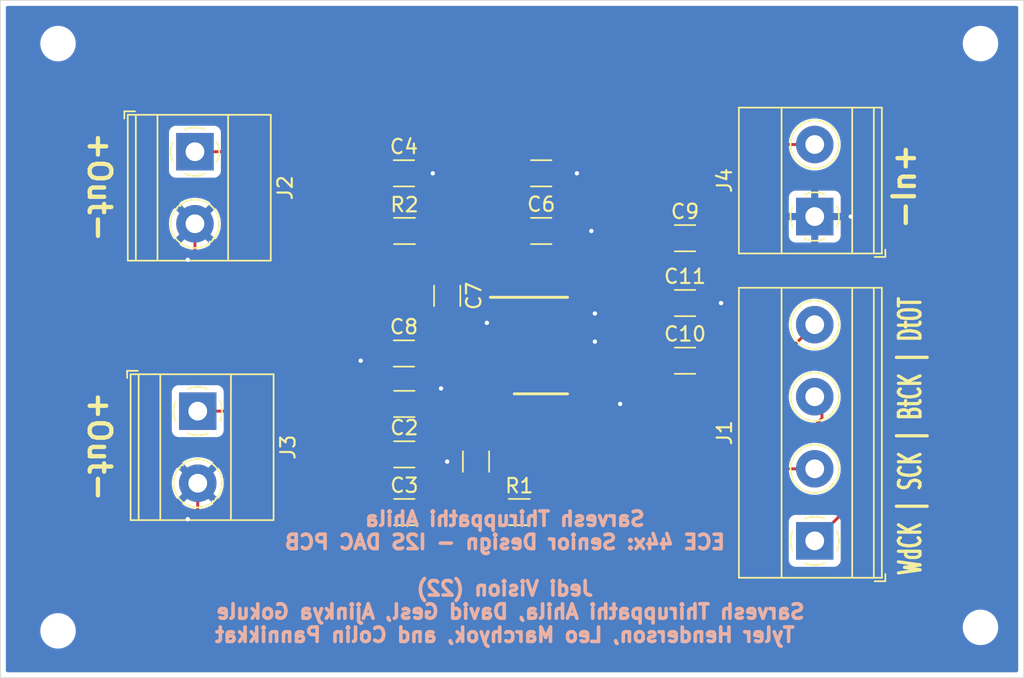
<source format=kicad_pcb>
(kicad_pcb (version 20240108) (generator "pcbnew") (generator_version "8.0")
  (layers (0 "F.Cu" signal) (31 "B.Cu" power) (34 "B.Paste" user) (35 "F.Paste" user) (36 "B.SilkS" user "B.Silkscreen") (37 "F.SilkS" user "F.Silkscreen") (38 "B.Mask" user) (39 "F.Mask" user) (44 "Edge.Cuts" user))
  (net 0 "")
  (net 1 "GND")
  (net 2 "/CPVDD")
  (net 3 "/RightLineOutput")
  (net 4 "/LeftLineOutput")
  (net 5 "Net-(U1-LDOO)")
  (net 6 "Net-(U1-CAPM)")
  (net 7 "Net-(U1-CAPP)")
  (net 8 "Net-(U1-VNEG)")
  (net 9 "/I2SBitClock")
  (net 10 "/I2SDataOut")
  (net 11 "/I2SSerialClock")
  (net 12 "/I2SWordClock")
  (net 13 "Net-(U1-OUTR)")
  (net 14 "Net-(U1-OUTL)")
  (footprint "PCM5102:PW0020A_N" (layer "F.Cu") (at 128.5 77)
    (property "Reference" "U1" (hide yes))
    (property "Value" "PCM5102APW" (hide yes))
    (fp_line (start -3.500001 -3.400001) (end 1.849999 -3.400001) (stroke (width 0.2)) (layer "F.SilkS"))
    (fp_line (start -1.849999 3.299998) (end 1.849999 3.299998) (stroke (width 0.2)) (layer "F.SilkS"))
    (pad "1" smd oval (at -2.949999 -2.924998 90) (size 0.449999 1.4) (layers "F.Cu" "F.Paste" "F.Mask") (net 2 "/CPVDD"))
    (pad "2" smd oval (at -2.949999 -2.274997 90) (size 0.449999 1.4) (layers "F.Cu" "F.Paste" "F.Mask") (net 7 "Net-(U1-CAPP)"))
    (pad "3" smd oval (at -2.949999 -1.624998 90) (size 0.449999 1.4) (layers "F.Cu" "F.Paste" "F.Mask") (net 1 "GND"))
    (pad "4" smd oval (at -2.949999 -0.974997 90) (size 0.449999 1.4) (layers "F.Cu" "F.Paste" "F.Mask") (net 6 "Net-(U1-CAPM)"))
    (pad "5" smd oval (at -2.949999 -0.324998 90) (size 0.449999 1.4) (layers "F.Cu" "F.Paste" "F.Mask") (net 8 "Net-(U1-VNEG)"))
    (pad "6" smd oval (at -2.949999 0.325003 90) (size 0.449999 1.4) (layers "F.Cu" "F.Paste" "F.Mask") (net 14 "Net-(U1-OUTL)"))
    (pad "7" smd oval (at -2.949999 0.975002 90) (size 0.449999 1.4) (layers "F.Cu" "F.Paste" "F.Mask") (net 13 "Net-(U1-OUTR)"))
    (pad "8" smd oval (at -2.949999 1.625003 90) (size 0.449999 1.4) (layers "F.Cu" "F.Paste" "F.Mask") (net 2 "/CPVDD"))
    (pad "9" smd oval (at -2.949999 2.275002 90) (size 0.449999 1.4) (layers "F.Cu" "F.Paste" "F.Mask") (net 1 "GND"))
    (pad "10" smd oval (at -2.949999 2.925003 90) (size 0.449999 1.4) (layers "F.Cu" "F.Paste" "F.Mask") (net 1 "GND"))
    (pad "11" smd oval (at 2.950002 2.925003 90) (size 0.449999 1.4) (layers "F.Cu" "F.Paste" "F.Mask") (net 1 "GND"))
    (pad "12" smd oval (at 2.950002 2.275002 90) (size 0.449999 1.4) (layers "F.Cu" "F.Paste" "F.Mask") (net 11 "/I2SSerialClock"))
    (pad "13" smd oval (at 2.950002 1.625003 90) (size 0.449999 1.4) (layers "F.Cu" "F.Paste" "F.Mask") (net 9 "/I2SBitClock"))
    (pad "14" smd oval (at 2.950002 0.975002 90) (size 0.449999 1.4) (layers "F.Cu" "F.Paste" "F.Mask") (net 10 "/I2SDataOut"))
    (pad "15" smd oval (at 2.950002 0.325003 90) (size 0.449999 1.4) (layers "F.Cu" "F.Paste" "F.Mask") (net 12 "/I2SWordClock"))
    (pad "16" smd oval (at 2.950002 -0.324998 90) (size 0.449999 1.4) (layers "F.Cu" "F.Paste" "F.Mask") (net 1 "GND"))
    (pad "17" smd oval (at 2.950002 -0.974997 90) (size 0.449999 1.4) (layers "F.Cu" "F.Paste" "F.Mask") (net 2 "/CPVDD"))
    (pad "18" smd oval (at 2.950002 -1.624998 90) (size 0.449999 1.4) (layers "F.Cu" "F.Paste" "F.Mask") (net 5 "Net-(U1-LDOO)"))
    (pad "19" smd oval (at 2.950002 -2.274997 90) (size 0.449999 1.4) (layers "F.Cu" "F.Paste" "F.Mask") (net 1 "GND"))
    (pad "20" smd oval (at 2.950002 -2.924998 90) (size 0.449999 1.4) (layers "F.Cu" "F.Paste" "F.Mask") (net 2 "/CPVDD"))
  )
  (footprint "Capacitor_SMD:C_1206_3216Metric" (layer "F.Cu") (at 124 85 -90)
    (property "Reference" "C12" (hide yes))
    (property "Value" "10µF" (hide yes))
    (fp_line (start -0.711252 0.91) (end 0.711252 0.91) (stroke (width 0.12)) (layer "F.SilkS"))
    (fp_line (start -0.711252 -0.91) (end 0.711252 -0.91) (stroke (width 0.12)) (layer "F.SilkS"))
    (pad "1" smd roundrect (at -1.475 0 270) (size 1.15 1.8) (layers "F.Cu" "F.Paste" "F.Mask") (roundrect_rratio 0.217391) (net 2 "/CPVDD"))
    (pad "2" smd roundrect (at 1.475 0 270) (size 1.15 1.8) (layers "F.Cu" "F.Paste" "F.Mask") (roundrect_rratio 0.217391) (net 1 "GND"))
  )
  (footprint "MountingHole:MountingHole_2.2mm_M2" (layer "F.Cu") (at 95 96.745)
    (property "Reference" "H2" (hide yes))
    (property "Value" "MountingHole" (hide yes))
    (pad "" np_thru_hole circle (at 0 0) (size 2.2 2.2) (drill 2.2) (layers "*.Cu" "*.Mask"))
  )
  (footprint "Capacitor_SMD:C_1206_3216Metric" (layer "F.Cu") (at 119.025 84.5)
    (property "Reference" "C2" (at 0 -1.85 0) (layer "F.SilkS"))
    (property "Value" "10µF" (hide yes))
    (fp_line (start -0.711252 -0.91) (end 0.711252 -0.91) (stroke (width 0.12)) (layer "F.SilkS"))
    (fp_line (start -0.711252 0.91) (end 0.711252 0.91) (stroke (width 0.12)) (layer "F.SilkS"))
    (pad "1" smd roundrect (at -1.475 0) (size 1.15 1.8) (layers "F.Cu" "F.Paste" "F.Mask") (roundrect_rratio 0.217391) (net 2 "/CPVDD"))
    (pad "2" smd roundrect (at 1.475 0) (size 1.15 1.8) (layers "F.Cu" "F.Paste" "F.Mask") (roundrect_rratio 0.217391) (net 1 "GND"))
  )
  (footprint "Capacitor_SMD:C_1206_3216Metric" (layer "F.Cu") (at 122 73.5 -90)
    (property "Reference" "C7" (at 0 -1.85 90) (layer "F.SilkS"))
    (property "Value" "2.2µF" (hide yes))
    (fp_line (start -0.711252 0.91) (end 0.711252 0.91) (stroke (width 0.12)) (layer "F.SilkS"))
    (fp_line (start -0.711252 -0.91) (end 0.711252 -0.91) (stroke (width 0.12)) (layer "F.SilkS"))
    (pad "1" smd roundrect (at -1.475 0 270) (size 1.15 1.8) (layers "F.Cu" "F.Paste" "F.Mask") (roundrect_rratio 0.217391) (net 7 "Net-(U1-CAPP)"))
    (pad "2" smd roundrect (at 1.475 0 270) (size 1.15 1.8) (layers "F.Cu" "F.Paste" "F.Mask") (roundrect_rratio 0.217391) (net 6 "Net-(U1-CAPM)"))
  )
  (footprint "Capacitor_SMD:C_1206_3216Metric" (layer "F.Cu") (at 138.5 69.5)
    (property "Reference" "C9" (at 0 -1.85 0) (layer "F.SilkS"))
    (property "Value" "0.1µF" (hide yes))
    (fp_line (start -0.711252 -0.91) (end 0.711252 -0.91) (stroke (width 0.12)) (layer "F.SilkS"))
    (fp_line (start -0.711252 0.91) (end 0.711252 0.91) (stroke (width 0.12)) (layer "F.SilkS"))
    (pad "1" smd roundrect (at -1.475 0) (size 1.15 1.8) (layers "F.Cu" "F.Paste" "F.Mask") (roundrect_rratio 0.217391) (net 2 "/CPVDD"))
    (pad "2" smd roundrect (at 1.475 0) (size 1.15 1.8) (layers "F.Cu" "F.Paste" "F.Mask") (roundrect_rratio 0.217391) (net 1 "GND"))
  )
  (footprint "Capacitor_SMD:C_1206_3216Metric" (layer "F.Cu") (at 128.525 69)
    (property "Reference" "C6" (at 0 -1.85 0) (layer "F.SilkS"))
    (property "Value" "10µF" (hide yes))
    (fp_line (start -0.711252 -0.91) (end 0.711252 -0.91) (stroke (width 0.12)) (layer "F.SilkS"))
    (fp_line (start -0.711252 0.91) (end 0.711252 0.91) (stroke (width 0.12)) (layer "F.SilkS"))
    (pad "1" smd roundrect (at -1.475 0) (size 1.15 1.8) (layers "F.Cu" "F.Paste" "F.Mask") (roundrect_rratio 0.217391) (net 5 "Net-(U1-LDOO)"))
    (pad "2" smd roundrect (at 1.475 0) (size 1.15 1.8) (layers "F.Cu" "F.Paste" "F.Mask") (roundrect_rratio 0.217391) (net 1 "GND"))
  )
  (footprint "Capacitor_SMD:C_1206_3216Metric" (layer "F.Cu") (at 138.5 78)
    (property "Reference" "C10" (at 0 -1.85 0) (layer "F.SilkS"))
    (property "Value" "10µF" (hide yes))
    (fp_line (start -0.711252 -0.91) (end 0.711252 -0.91) (stroke (width 0.12)) (layer "F.SilkS"))
    (fp_line (start -0.711252 0.91) (end 0.711252 0.91) (stroke (width 0.12)) (layer "F.SilkS"))
    (pad "1" smd roundrect (at -1.475 0) (size 1.15 1.8) (layers "F.Cu" "F.Paste" "F.Mask") (roundrect_rratio 0.217391) (net 2 "/CPVDD"))
    (pad "2" smd roundrect (at 1.475 0) (size 1.15 1.8) (layers "F.Cu" "F.Paste" "F.Mask") (roundrect_rratio 0.217391) (net 1 "GND"))
  )
  (footprint "Capacitor_SMD:C_1206_3216Metric" (layer "F.Cu") (at 119 77.5)
    (property "Reference" "C8" (at 0 -1.85 0) (layer "F.SilkS"))
    (property "Value" "2.2µF" (hide yes))
    (fp_line (start -0.711252 -0.91) (end 0.711252 -0.91) (stroke (width 0.12)) (layer "F.SilkS"))
    (fp_line (start -0.711252 0.91) (end 0.711252 0.91) (stroke (width 0.12)) (layer "F.SilkS"))
    (pad "1" smd roundrect (at -1.475 0) (size 1.15 1.8) (layers "F.Cu" "F.Paste" "F.Mask") (roundrect_rratio 0.217391) (net 1 "GND"))
    (pad "2" smd roundrect (at 1.475 0) (size 1.15 1.8) (layers "F.Cu" "F.Paste" "F.Mask") (roundrect_rratio 0.217391) (net 8 "Net-(U1-VNEG)"))
  )
  (footprint "Capacitor_SMD:C_1206_3216Metric" (layer "F.Cu") (at 128.525 65 180)
    (property "Reference" "C5" (hide yes))
    (property "Value" "0.1µF" (hide yes))
    (fp_line (start -0.711252 0.91) (end 0.711252 0.91) (stroke (width 0.12)) (layer "F.SilkS"))
    (fp_line (start -0.711252 -0.91) (end 0.711252 -0.91) (stroke (width 0.12)) (layer "F.SilkS"))
    (pad "1" smd roundrect (at -1.475 0 180) (size 1.15 1.8) (layers "F.Cu" "F.Paste" "F.Mask") (roundrect_rratio 0.217391) (net 1 "GND"))
    (pad "2" smd roundrect (at 1.475 0 180) (size 1.15 1.8) (layers "F.Cu" "F.Paste" "F.Mask") (roundrect_rratio 0.217391) (net 5 "Net-(U1-LDOO)"))
  )
  (footprint "MountingHole:MountingHole_2.2mm_M2" (layer "F.Cu") (at 95 56)
    (property "Reference" "H1" (hide yes))
    (property "Value" "MountingHole" (hide yes))
    (pad "" np_thru_hole circle (at 0 0) (size 2.2 2.2) (drill 2.2) (layers "*.Cu" "*.Mask"))
  )
  (footprint "MountingHole:MountingHole_2.2mm_M2" (layer "F.Cu") (at 159 56)
    (property "Reference" "H3" (hide yes))
    (property "Value" "MountingHole" (hide yes))
    (pad "" np_thru_hole circle (at 0 0) (size 2.2 2.2) (drill 2.2) (layers "*.Cu" "*.Mask"))
  )
  (footprint "Capacitor_SMD:C_1206_3216Metric" (layer "F.Cu") (at 119.025 88.5)
    (property "Reference" "C3" (at 0 -1.85 0) (layer "F.SilkS"))
    (property "Value" "2.2nF" (hide yes))
    (fp_line (start -0.711252 -0.91) (end 0.711252 -0.91) (stroke (width 0.12)) (layer "F.SilkS"))
    (fp_line (start -0.711252 0.91) (end 0.711252 0.91) (stroke (width 0.12)) (layer "F.SilkS"))
    (pad "1" smd roundrect (at -1.475 0) (size 1.15 1.8) (layers "F.Cu" "F.Paste" "F.Mask") (roundrect_rratio 0.217391) (net 3 "/RightLineOutput"))
    (pad "2" smd roundrect (at 1.475 0) (size 1.15 1.8) (layers "F.Cu" "F.Paste" "F.Mask") (roundrect_rratio 0.217391) (net 1 "GND"))
  )
  (footprint "Resistor_SMD:R_1206_3216Metric" (layer "F.Cu") (at 119.0375 69)
    (property "Reference" "R2" (at 0 -1.82 0) (layer "F.SilkS"))
    (property "Value" "470Ω" (hide yes))
    (fp_line (start -0.727064 -0.91) (end 0.727064 -0.91) (stroke (width 0.12)) (layer "F.SilkS"))
    (fp_line (start -0.727064 0.91) (end 0.727064 0.91) (stroke (width 0.12)) (layer "F.SilkS"))
    (pad "1" smd roundrect (at -1.4625 0) (size 1.125 1.75) (layers "F.Cu" "F.Paste" "F.Mask") (roundrect_rratio 0.222222) (net 14 "Net-(U1-OUTL)"))
    (pad "2" smd roundrect (at 1.4625 0) (size 1.125 1.75) (layers "F.Cu" "F.Paste" "F.Mask") (roundrect_rratio 0.222222) (net 4 "/LeftLineOutput"))
  )
  (footprint "Capacitor_SMD:C_1206_3216Metric" (layer "F.Cu") (at 138.5 74)
    (property "Reference" "C11" (at 0 -1.85 0) (layer "F.SilkS"))
    (property "Value" "0.1µF" (hide yes))
    (fp_line (start -0.711252 -0.91) (end 0.711252 -0.91) (stroke (width 0.12)) (layer "F.SilkS"))
    (fp_line (start -0.711252 0.91) (end 0.711252 0.91) (stroke (width 0.12)) (layer "F.SilkS"))
    (pad "1" smd roundrect (at -1.475 0) (size 1.15 1.8) (layers "F.Cu" "F.Paste" "F.Mask") (roundrect_rratio 0.217391) (net 2 "/CPVDD"))
    (pad "2" smd roundrect (at 1.475 0) (size 1.15 1.8) (layers "F.Cu" "F.Paste" "F.Mask") (roundrect_rratio 0.217391) (net 1 "GND"))
  )
  (footprint "TerminalBlock_Phoenix:TerminalBlock_Phoenix_MKDS-1,5-4_1x04_P5.00mm_Horizontal" (layer "F.Cu") (at 147.5 90.5 90)
    (property "Reference" "J1" (at 7.5 -6.26 90) (layer "F.SilkS"))
    (property "Value" "Screw_Terminal_01x04" (hide yes))
    (fp_line (start 17.561 -5.261) (end 17.561 4.66) (stroke (width 0.12)) (layer "F.SilkS"))
    (fp_line (start -2.56 -5.261) (end 17.561 -5.261) (stroke (width 0.12)) (layer "F.SilkS"))
    (fp_line (start -2.56 -5.261) (end -2.56 4.66) (stroke (width 0.12)) (layer "F.SilkS"))
    (fp_line (start -2.56 -2.301) (end 17.561 -2.301) (stroke (width 0.12)) (layer "F.SilkS"))
    (fp_line (start 16.07 -1.275) (end 16.035 -1.239) (stroke (width 0.12)) (layer "F.SilkS"))
    (fp_line (start 11.07 -1.275) (end 11.035 -1.239) (stroke (width 0.12)) (layer "F.SilkS"))
    (fp_line (start 6.07 -1.275) (end 6.035 -1.239) (stroke (width 0.12)) (layer "F.SilkS"))
    (fp_line (start 16.275 -1.069) (end 16.228 -1.023) (stroke (width 0.12)) (layer "F.SilkS"))
    (fp_line (start 11.275 -1.069) (end 11.228 -1.023) (stroke (width 0.12)) (layer "F.SilkS"))
    (fp_line (start 6.275 -1.069) (end 6.228 -1.023) (stroke (width 0.12)) (layer "F.SilkS"))
    (fp_line (start 13.773 1.023) (end 13.726 1.069) (stroke (width 0.12)) (layer "F.SilkS"))
    (fp_line (start 8.773 1.023) (end 8.726 1.069) (stroke (width 0.12)) (layer "F.SilkS"))
    (fp_line (start 3.773 1.023) (end 3.726 1.069) (stroke (width 0.12)) (layer "F.SilkS"))
    (fp_line (start 13.966 1.239) (end 13.931 1.274) (stroke (width 0.12)) (layer "F.SilkS"))
    (fp_line (start 8.966 1.239) (end 8.931 1.274) (stroke (width 0.12)) (layer "F.SilkS"))
    (fp_line (start 3.966 1.239) (end 3.931 1.274) (stroke (width 0.12)) (layer "F.SilkS"))
    (fp_line (start -2.56 2.6) (end 17.561 2.6) (stroke (width 0.12)) (layer "F.SilkS"))
    (fp_line (start -2.56 4.1) (end 17.561 4.1) (stroke (width 0.12)) (layer "F.SilkS"))
    (fp_line (start -2.8 4.16) (end -2.8 4.9) (stroke (width 0.12)) (layer "F.SilkS"))
    (fp_line (start -2.56 4.66) (end 17.561 4.66) (stroke (width 0.12)) (layer "F.SilkS"))
    (fp_line (start -2.8 4.9) (end -2.3 4.9) (stroke (width 0.12)) (layer "F.SilkS"))
    (fp_arc (start -0.683042 -1.535427) (mid 0.000524 -1.680501) (end 0.684 -1.535) (stroke (width 0.12)) (layer "F.SilkS"))
    (fp_arc (start 1.535427 -0.683042) (mid 1.680501 0.000524) (end 1.535 0.684) (stroke (width 0.12)) (layer "F.SilkS"))
    (fp_arc (start -1.535427 0.683042) (mid -1.680501 -0.000524) (end -1.535 -0.684) (stroke (width 0.12)) (layer "F.SilkS"))
    (fp_arc (start 0.683318 1.534756) (mid 0.349292 1.643288) (end 0 1.68) (stroke (width 0.12)) (layer "F.SilkS"))
    (fp_arc (start 0.028805 1.680253) (mid -0.335551 1.646659) (end -0.684 1.535) (stroke (width 0.12)) (layer "F.SilkS"))
    (fp_circle (center 15 0) (end 16.68 0) (stroke (width 0.12)) (fill none) (layer "F.SilkS"))
    (fp_circle (center 10 0) (end 11.68 0) (stroke (width 0.12)) (fill none) (layer "F.SilkS"))
    (fp_circle (center 5 0) (end 6.68 0) (stroke (width 0.12)) (fill none) (layer "F.SilkS"))
    (pad "1" thru_hole rect (at 0 0 90) (size 2.6 2.6) (drill 1.3) (layers "*.Cu" "*.Mask") (net 12 "/I2SWordClock"))
    (pad "2" thru_hole circle (at 5 0 90) (size 2.6 2.6) (drill 1.3) (layers "*.Cu" "*.Mask") (net 11 "/I2SSerialClock"))
    (pad "3" thru_hole circle (at 10 0 90) (size 2.6 2.6) (drill 1.3) (layers "*.Cu" "*.Mask") (net 9 "/I2SBitClock"))
    (pad "4" thru_hole circle (at 15 0 90) (size 2.6 2.6) (drill 1.3) (layers "*.Cu" "*.Mask") (net 10 "/I2SDataOut"))
  )
  (footprint "TerminalBlock_Phoenix:TerminalBlock_Phoenix_MKDS-1,5-2_1x02_P5.00mm_Horizontal" (layer "F.Cu") (at 104.695 81.5 -90)
    (property "Reference" "J3" (at 2.5 -6.26 90) (layer "F.SilkS"))
    (property "Value" "Screw_Terminal_01x02" (hide yes))
    (fp_line (start -2.8 4.9) (end -2.3 4.9) (stroke (width 0.12)) (layer "F.SilkS"))
    (fp_line (start -2.56 4.66) (end 7.56 4.66) (stroke (width 0.12)) (layer "F.SilkS"))
    (fp_line (start -2.8 4.16) (end -2.8 4.9) (stroke (width 0.12)) (layer "F.SilkS"))
    (fp_line (start -2.56 4.1) (end 7.56 4.1) (stroke (width 0.12)) (layer "F.SilkS"))
    (fp_line (start -2.56 2.6) (end 7.56 2.6) (stroke (width 0.12)) (layer "F.SilkS"))
    (fp_line (start 3.966 1.239) (end 3.931 1.274) (stroke (width 0.12)) (layer "F.SilkS"))
    (fp_line (start 3.773 1.023) (end 3.726 1.069) (stroke (width 0.12)) (layer "F.SilkS"))
    (fp_line (start 6.275 -1.069) (end 6.228 -1.023) (stroke (width 0.12)) (layer "F.SilkS"))
    (fp_line (start 6.07 -1.275) (end 6.035 -1.239) (stroke (width 0.12)) (layer "F.SilkS"))
    (fp_line (start -2.56 -2.301) (end 7.56 -2.301) (stroke (width 0.12)) (layer "F.SilkS"))
    (fp_line (start -2.56 -5.261) (end -2.56 4.66) (stroke (width 0.12)) (layer "F.SilkS"))
    (fp_line (start -2.56 -5.261) (end 7.56 -5.261) (stroke (width 0.12)) (layer "F.SilkS"))
    (fp_line (start 7.56 -5.261) (end 7.56 4.66) (stroke (width 0.12)) (layer "F.SilkS"))
    (fp_arc (start 0.028805 1.680253) (mid -0.335551 1.646659) (end -0.684 1.535) (stroke (width 0.12)) (layer "F.SilkS"))
    (fp_arc (start 0.683318 1.534756) (mid 0.349292 1.643288) (end 0 1.68) (stroke (width 0.12)) (layer "F.SilkS"))
    (fp_arc (start -1.535427 0.683042) (mid -1.680501 -0.000524) (end -1.535 -0.684) (stroke (width 0.12)) (layer "F.SilkS"))
    (fp_arc (start 1.535427 -0.683042) (mid 1.680501 0.000524) (end 1.535 0.684) (stroke (width 0.12)) (layer "F.SilkS"))
    (fp_arc (start -0.683042 -1.535427) (mid 0.000524 -1.680501) (end 0.684 -1.535) (stroke (width 0.12)) (layer "F.SilkS"))
    (fp_circle (center 5 0) (end 6.68 0) (stroke (width 0.12)) (fill none) (layer "F.SilkS"))
    (pad "1" thru_hole rect (at 0 0 270) (size 2.6 2.6) (drill 1.3) (layers "*.Cu" "*.Mask") (net 3 "/RightLineOutput"))
    (pad "2" thru_hole circle (at 5 0 270) (size 2.6 2.6) (drill 1.3) (layers "*.Cu" "*.Mask") (net 1 "GND"))
  )
  (footprint "Resistor_SMD:R_1206_3216Metric" (layer "F.Cu") (at 127 88.5)
    (property "Reference" "R1" (at 0 -1.82 0) (layer "F.SilkS"))
    (property "Value" "470Ω" (hide yes))
    (fp_line (start -0.727064 -0.91) (end 0.727064 -0.91) (stroke (width 0.12)) (layer "F.SilkS"))
    (fp_line (start -0.727064 0.91) (end 0.727064 0.91) (stroke (width 0.12)) (layer "F.SilkS"))
    (pad "1" smd roundrect (at -1.4625 0) (size 1.125 1.75) (layers "F.Cu" "F.Paste" "F.Mask") (roundrect_rratio 0.222222) (net 13 "Net-(U1-OUTR)"))
    (pad "2" smd roundrect (at 1.4625 0) (size 1.125 1.75) (layers "F.Cu" "F.Paste" "F.Mask") (roundrect_rratio 0.222222) (net 3 "/RightLineOutput"))
  )
  (footprint "TerminalBlock_Phoenix:TerminalBlock_Phoenix_MKDS-1,5-2_1x02_P5.00mm_Horizontal" (layer "F.Cu") (at 104.5 63.5 -90)
    (property "Reference" "J2" (at 2.5 -6.26 90) (layer "F.SilkS"))
    (property "Value" "Screw_Terminal_01x02" (hide yes))
    (fp_line (start -2.8 4.9) (end -2.3 4.9) (stroke (width 0.12)) (layer "F.SilkS"))
    (fp_line (start -2.56 4.66) (end 7.56 4.66) (stroke (width 0.12)) (layer "F.SilkS"))
    (fp_line (start -2.8 4.16) (end -2.8 4.9) (stroke (width 0.12)) (layer "F.SilkS"))
    (fp_line (start -2.56 4.1) (end 7.56 4.1) (stroke (width 0.12)) (layer "F.SilkS"))
    (fp_line (start -2.56 2.6) (end 7.56 2.6) (stroke (width 0.12)) (layer "F.SilkS"))
    (fp_line (start 3.966 1.239) (end 3.931 1.274) (stroke (width 0.12)) (layer "F.SilkS"))
    (fp_line (start 3.773 1.023) (end 3.726 1.069) (stroke (width 0.12)) (layer "F.SilkS"))
    (fp_line (start 6.275 -1.069) (end 6.228 -1.023) (stroke (width 0.12)) (layer "F.SilkS"))
    (fp_line (start 6.07 -1.275) (end 6.035 -1.239) (stroke (width 0.12)) (layer "F.SilkS"))
    (fp_line (start -2.56 -2.301) (end 7.56 -2.301) (stroke (width 0.12)) (layer "F.SilkS"))
    (fp_line (start -2.56 -5.261) (end -2.56 4.66) (stroke (width 0.12)) (layer "F.SilkS"))
    (fp_line (start -2.56 -5.261) (end 7.56 -5.261) (stroke (width 0.12)) (layer "F.SilkS"))
    (fp_line (start 7.56 -5.261) (end 7.56 4.66) (stroke (width 0.12)) (layer "F.SilkS"))
    (fp_arc (start 0.028805 1.680253) (mid -0.335551 1.646659) (end -0.684 1.535) (stroke (width 0.12)) (layer "F.SilkS"))
    (fp_arc (start 0.683318 1.534756) (mid 0.349292 1.643288) (end 0 1.68) (stroke (width 0.12)) (layer "F.SilkS"))
    (fp_arc (start -1.535427 0.683042) (mid -1.680501 -0.000524) (end -1.535 -0.684) (stroke (width 0.12)) (layer "F.SilkS"))
    (fp_arc (start 1.535427 -0.683042) (mid 1.680501 0.000524) (end 1.535 0.684) (stroke (width 0.12)) (layer "F.SilkS"))
    (fp_arc (start -0.683042 -1.535427) (mid 0.000524 -1.680501) (end 0.684 -1.535) (stroke (width 0.12)) (layer "F.SilkS"))
    (fp_circle (center 5 0) (end 6.68 0) (stroke (width 0.12)) (fill none) (layer "F.SilkS"))
    (pad "1" thru_hole rect (at 0 0 270) (size 2.6 2.6) (drill 1.3) (layers "*.Cu" "*.Mask") (net 4 "/LeftLineOutput"))
    (pad "2" thru_hole circle (at 5 0 270) (size 2.6 2.6) (drill 1.3) (layers "*.Cu" "*.Mask") (net 1 "GND"))
  )
  (footprint "Capacitor_SMD:C_1206_3216Metric" (layer "F.Cu") (at 119 65)
    (property "Reference" "C4" (at 0 -1.85 0) (layer "F.SilkS"))
    (property "Value" "2.2nF" (hide yes))
    (fp_line (start -0.711252 -0.91) (end 0.711252 -0.91) (stroke (width 0.12)) (layer "F.SilkS"))
    (fp_line (start -0.711252 0.91) (end 0.711252 0.91) (stroke (width 0.12)) (layer "F.SilkS"))
    (pad "1" smd roundrect (at -1.475 0) (size 1.15 1.8) (layers "F.Cu" "F.Paste" "F.Mask") (roundrect_rratio 0.217391) (net 4 "/LeftLineOutput"))
    (pad "2" smd roundrect (at 1.475 0) (size 1.15 1.8) (layers "F.Cu" "F.Paste" "F.Mask") (roundrect_rratio 0.217391) (net 1 "GND"))
  )
  (footprint "TerminalBlock_Phoenix:TerminalBlock_Phoenix_MKDS-1,5-2_1x02_P5.00mm_Horizontal" (layer "F.Cu") (at 147.5 68 90)
    (property "Reference" "J4" (at 2.5 -6.26 90) (layer "F.SilkS"))
    (property "Value" "Screw_Terminal_01x02" (hide yes))
    (fp_line (start 7.56 -5.261) (end 7.56 4.66) (stroke (width 0.12)) (layer "F.SilkS"))
    (fp_line (start -2.56 -5.261) (end 7.56 -5.261) (stroke (width 0.12)) (layer "F.SilkS"))
    (fp_line (start -2.56 -5.261) (end -2.56 4.66) (stroke (width 0.12)) (layer "F.SilkS"))
    (fp_line (start -2.56 -2.301) (end 7.56 -2.301) (stroke (width 0.12)) (layer "F.SilkS"))
    (fp_line (start 6.07 -1.275) (end 6.035 -1.239) (stroke (width 0.12)) (layer "F.SilkS"))
    (fp_line (start 6.275 -1.069) (end 6.228 -1.023) (stroke (width 0.12)) (layer "F.SilkS"))
    (fp_line (start 3.773 1.023) (end 3.726 1.069) (stroke (width 0.12)) (layer "F.SilkS"))
    (fp_line (start 3.966 1.239) (end 3.931 1.274) (stroke (width 0.12)) (layer "F.SilkS"))
    (fp_line (start -2.56 2.6) (end 7.56 2.6) (stroke (width 0.12)) (layer "F.SilkS"))
    (fp_line (start -2.56 4.1) (end 7.56 4.1) (stroke (width 0.12)) (layer "F.SilkS"))
    (fp_line (start -2.8 4.16) (end -2.8 4.9) (stroke (width 0.12)) (layer "F.SilkS"))
    (fp_line (start -2.56 4.66) (end 7.56 4.66) (stroke (width 0.12)) (layer "F.SilkS"))
    (fp_line (start -2.8 4.9) (end -2.3 4.9) (stroke (width 0.12)) (layer "F.SilkS"))
    (fp_arc (start -0.683042 -1.535427) (mid 0.000524 -1.680501) (end 0.684 -1.535) (stroke (width 0.12)) (layer "F.SilkS"))
    (fp_arc (start 1.535427 -0.683042) (mid 1.680501 0.000524) (end 1.535 0.684) (stroke (width 0.12)) (layer "F.SilkS"))
    (fp_arc (start -1.535427 0.683042) (mid -1.680501 -0.000524) (end -1.535 -0.684) (stroke (width 0.12)) (layer "F.SilkS"))
    (fp_arc (start 0.683318 1.534756) (mid 0.349292 1.643288) (end 0 1.68) (stroke (width 0.12)) (layer "F.SilkS"))
    (fp_arc (start 0.028805 1.680253) (mid -0.335551 1.646659) (end -0.684 1.535) (stroke (width 0.12)) (layer "F.SilkS"))
    (fp_circle (center 5 0) (end 6.68 0) (stroke (width 0.12)) (fill none) (layer "F.SilkS"))
    (pad "1" thru_hole rect (at 0 0 90) (size 2.6 2.6) (drill 1.3) (layers "*.Cu" "*.Mask") (net 1 "GND"))
    (pad "2" thru_hole circle (at 5 0 90) (size 2.6 2.6) (drill 1.3) (layers "*.Cu" "*.Mask") (net 2 "/CPVDD"))
  )
  (footprint "Capacitor_SMD:C_1206_3216Metric" (layer "F.Cu") (at 119.025 81 180)
    (property "Reference" "C1" (hide yes))
    (property "Value" "0.1µF" (hide yes))
    (fp_line (start -0.711252 0.91) (end 0.711252 0.91) (stroke (width 0.12)) (layer "F.SilkS"))
    (fp_line (start -0.711252 -0.91) (end 0.711252 -0.91) (stroke (width 0.12)) (layer "F.SilkS"))
    (pad "1" smd roundrect (at -1.475 0 180) (size 1.15 1.8) (layers "F.Cu" "F.Paste" "F.Mask") (roundrect_rratio 0.217391) (net 1 "GND"))
    (pad "2" smd roundrect (at 1.475 0 180) (size 1.15 1.8) (layers "F.Cu" "F.Paste" "F.Mask") (roundrect_rratio 0.217391) (net 2 "/CPVDD"))
  )
  (footprint "MountingHole:MountingHole_2.2mm_M2" (layer "F.Cu") (at 159 96.5)
    (property "Reference" "H4" (hide yes))
    (property "Value" "MountingHole" (hide yes))
    (pad "" np_thru_hole circle (at 0 0) (size 2.2 2.2) (drill 2.2) (layers "*.Cu" "*.Mask"))
  )
  (gr_line (start 91 53) (end 162 53) (stroke (width 0.05)) (layer "Edge.Cuts"))
  (gr_line (start 91 100) (end 91 53) (stroke (width 0.05)) (layer "Edge.Cuts"))
  (gr_line (start 162 100) (end 91 100) (stroke (width 0.05)) (layer "Edge.Cuts"))
  (gr_line (start 162 53) (end 162 100) (stroke (width 0.05)) (layer "Edge.Cuts"))
  (gr_text "Sarvesh Thiruppathi Ahila\nECE 44x: Senior Design - I2S DAC PCB\n\nJedi Vision (22)\nSarvesh Thiruppathi Ahila, David Gesl, Ajinkya Gokule \nTyler Henderson, Leo Marchyok, and Colin Pannikkat\n" (at 126 93 0) (layer "B.SilkS") (effects (font (size 1 1) (thickness 0.25) (bold yes)) (justify mirror)))
  (gr_text "+Out-" (at 97 80 -90) (layer "F.SilkS") (effects (font (size 1.5 1.5) (thickness 0.3) (bold yes)) (justify left bottom)))
  (gr_text "-In+\n\n" (at 157 69 90) (layer "F.SilkS") (effects (font (size 1.5 1.5) (thickness 0.3) (bold yes)) (justify left bottom)))
  (gr_text "WdCK | SCK | BtCK | DtOT" (at 155 93 90) (layer "F.SilkS") (effects (font (size 1.5 0.9) (thickness 0.225) (bold yes)) (justify left bottom)))
  (gr_text "+Out-" (at 97 62 -90) (layer "F.SilkS") (effects (font (size 1.5 1.5) (thickness 0.3) (bold yes)) (justify left bottom)))
  (segment (start 139.975 78) (end 139.975 74) (width 0.2) (layer "F.Cu") (net 1))
  (segment (start 125.550001 79.275002) (end 125.550001 79.925003) (width 0.2) (layer "F.Cu") (net 1))
  (segment (start 139.975 69.5) (end 139.975 74) (width 0.2) (layer "F.Cu") (net 1))
  (segment (start 120.5 88.5) (end 120.5 86.5) (width 0.2) (layer "F.Cu") (net 1))
  (segment (start 147.5 68) (end 150 68) (width 0.2) (layer "F.Cu") (net 1))
  (segment (start 131.450002 79.925003) (end 132.925003 79.925003) (width 0.2) (layer "F.Cu") (net 1))
  (segment (start 121.5 84.5) (end 122 85) (width 0.2) (layer "F.Cu") (net 1))
  (segment (start 139.975 74) (end 141 74) (width 0.2) (layer "F.Cu") (net 1))
  (segment (start 130 65) (end 131 65) (width 0.2) (layer "F.Cu") (net 1))
  (segment (start 113.5 77.5) (end 117.525 77.5) (width 0.2) (layer "F.Cu") (net 1))
  (segment (start 104.5 68.5) (end 104.5 70.5) (width 0.2) (layer "F.Cu") (net 1))
  (segment (start 125.550001 79.925003) (end 121.574997 79.925003) (width 0.2) (layer "F.Cu") (net 1))
  (segment (start 117.525 77.5) (end 116.5 77.5) (width 0.2) (layer "F.Cu") (net 1))
  (segment (start 104.695 88.305) (end 104 89) (width 0.2) (layer "F.Cu") (net 1))
  (segment (start 104.5 70.5) (end 104 71) (width 0.2) (layer "F.Cu") (net 1))
  (segment (start 120.5 86.5) (end 122 85) (width 0.2) (layer "F.Cu") (net 1))
  (segment (start 120.475 65) (end 121 65) (width 0.2) (layer "F.Cu") (net 1))
  (segment (start 124 86.475) (end 122.525 85) (width 0.2) (layer "F.Cu") (net 1))
  (segment (start 132.925003 79.925003) (end 134 81) (width 0.2) (layer "F.Cu") (net 1))
  (segment (start 130 69) (end 132 69) (width 0.2) (layer "F.Cu") (net 1))
  (segment (start 125.550001 75.375002) (end 124.75387 75.375002) (width 0.2) (layer "F.Cu") (net 1))
  (segment (start 131.450002 74.725003) (end 132.246133 74.725003) (width 0.2) (layer "F.Cu") (net 1))
  (segment (start 131.450002 76.675002) (end 132.246133 76.675002) (width 0.2) (layer "F.Cu") (net 1))
  (segment (start 104.695 86.5) (end 104.695 88.305) (width 0.2) (layer "F.Cu") (net 1))
  (segment (start 122.525 85) (end 122 85) (width 0.2) (layer "F.Cu") (net 1))
  (segment (start 121.574997 79.925003) (end 120.5 81) (width 0.2) (layer "F.Cu") (net 1))
  (segment (start 116.5 77.5) (end 116 78) (width 0.2) (layer "F.Cu") (net 1))
  (segment (start 120.5 84.5) (end 121.5 84.5) (width 0.2) (layer "F.Cu") (net 1))
  (segment (start 104.5 68.5) (end 113.5 77.5) (width 0.2) (layer "F.Cu") (net 1))
  (via (at 104 71) (size 0.6) (drill 0.3) (layers "F.Cu" "B.Cu") (net 1))
  (via (at 131 65) (size 0.6) (drill 0.3) (layers "F.Cu" "B.Cu") (net 1))
  (via (at 121 65) (size 0.6) (drill 0.3) (layers "F.Cu" "B.Cu") (net 1))
  (via (at 141 74) (size 0.6) (drill 0.3) (layers "F.Cu" "B.Cu") (net 1))
  (via (at 132 69) (size 0.6) (drill 0.3) (layers "F.Cu" "B.Cu") (net 1))
  (via (at 116 78) (size 0.6) (drill 0.3) (layers "F.Cu" "B.Cu") (net 1))
  (via (at 132.246133 74.725003) (size 0.6) (drill 0.3) (layers "F.Cu" "B.Cu") (net 1))
  (via (at 122 85) (size 0.6) (drill 0.3) (layers "F.Cu" "B.Cu") (net 1))
  (via (at 121.574997 79.925003) (size 0.6) (drill 0.3) (layers "F.Cu" "B.Cu") (net 1))
  (via (at 132.246133 76.675002) (size 0.6) (drill 0.3) (layers "F.Cu" "B.Cu") (net 1))
  (via (at 150 68) (size 0.6) (drill 0.3) (layers "F.Cu" "B.Cu") (net 1))
  (via (at 104 89) (size 0.6) (drill 0.3) (layers "F.Cu" "B.Cu") (net 1))
  (via (at 134 81) (size 0.6) (drill 0.3) (layers "F.Cu" "B.Cu") (net 1))
  (via (at 124.75387 75.375002) (size 0.6) (drill 0.3) (layers "F.Cu" "B.Cu") (net 1))
  (segment (start 137.025 74) (end 137.025 78) (width 0.2) (layer "F.Cu") (net 2))
  (segment (start 124 82.692466) (end 124.492466 82.2) (width 0.2) (layer "F.Cu") (net 2))
  (segment (start 125.550001 74.075002) (end 128.93254 74.075002) (width 0.2) (layer "F.Cu") (net 2))
  (segment (start 143.525 63) (end 137.025 69.5) (width 0.2) (layer "F.Cu") (net 2))
  (segment (start 130.882541 76.025003) (end 131.450002 76.025003) (width 0.2) (layer "F.Cu") (net 2))
  (segment (start 147.5 63) (end 143.525 63) (width 0.2) (layer "F.Cu") (net 2))
  (segment (start 131.450002 74.075002) (end 130.550002 74.075002) (width 0.2) (layer "F.Cu") (net 2))
  (segment (start 99 72) (end 99 60) (width 0.2) (layer "F.Cu") (net 2))
  (segment (start 124.492466 82.2) (end 126.550001 80.142465) (width 0.2) (layer "F.Cu") (net 2))
  (segment (start 123 60) (end 125.550001 62.550001) (width 0.2) (layer "F.Cu") (net 2))
  (segment (start 135.050003 76.025003) (end 137.025 78) (width 0.2) (layer "F.Cu") (net 2))
  (segment (start 99 60) (end 123 60) (width 0.2) (layer "F.Cu") (net 2))
  (segment (start 125.550001 62.550001) (end 125.550001 74.075002) (width 0.2) (layer "F.Cu") (net 2))
  (segment (start 117.55 81) (end 115.55 79) (width 0.2) (layer "F.Cu") (net 2))
  (segment (start 126.550001 80.142465) (end 126.550001 78.725003) (width 0.2) (layer "F.Cu") (net 2))
  (segment (start 130.550002 74.075002) (end 129.928769 74.696235) (width 0.2) (layer "F.Cu") (net 2))
  (segment (start 106 72) (end 99 72) (width 0.2) (layer "F.Cu") (net 2))
  (segment (start 137.025 69.5) (end 137.025 74) (width 0.2) (layer "F.Cu") (net 2))
  (segment (start 129.928769 75.071231) (end 130.882541 76.025003) (width 0.2) (layer "F.Cu") (net 2))
  (segment (start 115.55 79) (end 113 79) (width 0.2) (layer "F.Cu") (net 2))
  (segment (start 128.93254 74.075002) (end 129.928769 75.071231) (width 0.2) (layer "F.Cu") (net 2))
  (segment (start 126.550001 78.725003) (end 126.450001 78.625003) (width 0.2) (layer "F.Cu") (net 2))
  (segment (start 117.55 81) (end 118.75 82.2) (width 0.2) (layer "F.Cu") (net 2))
  (segment (start 118.75 82.2) (end 124.492466 82.2) (width 0.2) (layer "F.Cu") (net 2))
  (segment (start 113 79) (end 106 72) (width 0.2) (layer "F.Cu") (net 2))
  (segment (start 131.450002 76.025003) (end 135.050003 76.025003) (width 0.2) (layer "F.Cu") (net 2))
  (segment (start 129.928769 74.696235) (end 129.928769 75.071231) (width 0.2) (layer "F.Cu") (net 2))
  (segment (start 117.55 84.5) (end 117.55 81) (width 0.2) (layer "F.Cu") (net 2))
  (segment (start 126.450001 78.625003) (end 125.550001 78.625003) (width 0.2) (layer "F.Cu") (net 2))
  (segment (start 124 83.525) (end 124 82.692466) (width 0.2) (layer "F.Cu") (net 2))
  (segment (start 117.55 88.5) (end 118.75 89.7) (width 0.2) (layer "F.Cu") (net 3))
  (segment (start 127.2625 89.7) (end 128.4625 88.5) (width 0.2) (layer "F.Cu") (net 3))
  (segment (start 118.75 89.7) (end 127.2625 89.7) (width 0.2) (layer "F.Cu") (net 3))
  (segment (start 104.695 81.5) (end 110.55 81.5) (width 0.2) (layer "F.Cu") (net 3))
  (segment (start 110.55 81.5) (end 117.55 88.5) (width 0.2) (layer "F.Cu") (net 3))
  (segment (start 104.5 63.5) (end 116.025 63.5) (width 0.2) (layer "F.Cu") (net 4))
  (segment (start 116.025 63.5) (end 117.525 65) (width 0.2) (layer "F.Cu") (net 4))
  (segment (start 117.525 66.025) (end 120.5 69) (width 0.2) (layer "F.Cu") (net 4))
  (segment (start 117.525 65) (end 117.525 66.025) (width 0.2) (layer "F.Cu") (net 4))
  (segment (start 132.517465 75.375002) (end 132.846133 75.046334) (width 0.2) (layer "F.Cu") (net 5))
  (segment (start 131.450002 75.375002) (end 132.517465 75.375002) (width 0.2) (layer "F.Cu") (net 5))
  (segment (start 128 69) (end 127.05 69) (width 0.2) (layer "F.Cu") (net 5))
  (segment (start 132.846133 73.846133) (end 128 69) (width 0.2) (layer "F.Cu") (net 5))
  (segment (start 127.05 69) (end 127.05 65) (width 0.2) (layer "F.Cu") (net 5))
  (segment (start 132.846133 75.046334) (end 132.846133 73.846133) (width 0.2) (layer "F.Cu") (net 5))
  (segment (start 123.050003 76.025003) (end 125.550001 76.025003) (width 0.2) (layer "F.Cu") (net 6))
  (segment (start 122 74.975) (end 123.050003 76.025003) (width 0.2) (layer "F.Cu") (net 6))
  (segment (start 124.700003 74.725003) (end 125.550001 74.725003) (width 0.2) (layer "F.Cu") (net 7))
  (segment (start 122 72.025) (end 124.700003 74.725003) (width 0.2) (layer "F.Cu") (net 7))
  (segment (start 121.299998 76.675002) (end 125.550001 76.675002) (width 0.2) (layer "F.Cu") (net 8))
  (segment (start 120.475 77.5) (end 121.299998 76.675002) (width 0.2) (layer "F.Cu") (net 8))
  (segment (start 147 83) (end 148 82) (width 0.2) (layer "F.Cu") (net 9))
  (segment (start 148 81) (end 147.5 80.5) (width 0.2) (layer "F.Cu") (net 9))
  (segment (start 133.039217 78.625003) (end 136 81.585786) (width 0.2) (layer "F.Cu") (net 9))
  (segment (start 148 82) (end 148 81) (width 0.2) (layer "F.Cu") (net 9))
  (segment (start 136 82) (end 137 83) (width 0.2) (layer "F.Cu") (net 9))
  (segment (start 136 81.585786) (end 136 82) (width 0.2) (layer "F.Cu") (net 9))
  (segment (start 137 83) (end 147 83) (width 0.2) (layer "F.Cu") (net 9))
  (segment (start 131.450002 78.625003) (end 133.039217 78.625003) (width 0.2) (layer "F.Cu") (net 9))
  (segment (start 145 81) (end 145 78) (width 0.2) (layer "F.Cu") (net 10))
  (segment (start 131.450002 77.975002) (end 132.975002 77.975002) (width 0.2) (layer "F.Cu") (net 10))
  (segment (start 144 82) (end 145 81) (width 0.2) (layer "F.Cu") (net 10))
  (segment (start 132.975002 77.975002) (end 137 82) (width 0.2) (layer "F.Cu") (net 10))
  (segment (start 137 82) (end 144 82) (width 0.2) (layer "F.Cu") (net 10))
  (segment (start 145 78) (end 147.5 75.5) (width 0.2) (layer "F.Cu") (net 10))
  (segment (start 135 81.151471) (end 135 82) (width 0.2) (layer "F.Cu") (net 11))
  (segment (start 138.5 85.5) (end 147.5 85.5) (width 0.2) (layer "F.Cu") (net 11))
  (segment (start 131.450002 79.275002) (end 133.123531 79.275002) (width 0.2) (layer "F.Cu") (net 11))
  (segment (start 135 82) (end 138.5 85.5) (width 0.2) (layer "F.Cu") (net 11))
  (segment (start 133.123531 79.275002) (end 135 81.151471) (width 0.2) (layer "F.Cu") (net 11))
  (segment (start 151 72) (end 144 72) (width 0.2) (layer "F.Cu") (net 12))
  (segment (start 144 79) (end 142 81) (width 0.2) (layer "F.Cu") (net 12))
  (segment (start 147.5 90.5) (end 151 87) (width 0.2) (layer "F.Cu") (net 12))
  (segment (start 137 81) (end 133.325003 77.325003) (width 0.2) (layer "F.Cu") (net 12))
  (segment (start 151 87) (end 151 72) (width 0.2) (layer "F.Cu") (net 12))
  (segment (start 142 81) (end 137 81) (width 0.2) (layer "F.Cu") (net 12))
  (segment (start 133.325003 77.325003) (end 131.450002 77.325003) (width 0.2) (layer "F.Cu") (net 12))
  (segment (start 144 72) (end 144 79) (width 0.2) (layer "F.Cu") (net 12))
  (segment (start 125.5375 88.5) (end 126.950001 87.087499) (width 0.2) (layer "F.Cu") (net 13))
  (segment (start 126.950001 87.087499) (end 126.950001 78.475002) (width 0.2) (layer "F.Cu") (net 13))
  (segment (start 126.950001 78.475002) (end 126.450001 77.975002) (width 0.2) (layer "F.Cu") (net 13))
  (segment (start 126.450001 77.975002) (end 125.550001 77.975002) (width 0.2) (layer "F.Cu") (net 13))
  (segment (start 122.975004 79) (end 124.650001 77.325003) (width 0.2) (layer "F.Cu") (net 14))
  (segment (start 124.650001 77.325003) (end 125.550001 77.325003) (width 0.2) (layer "F.Cu") (net 14))
  (segment (start 120.215256 79) (end 122.975004 79) (width 0.2) (layer "F.Cu") (net 14))
  (segment (start 117.575 69) (end 118.1375 69) (width 0.2) (layer "F.Cu") (net 14))
  (segment (start 119 69.8625) (end 119 77.784744) (width 0.2) (layer "F.Cu") (net 14))
  (segment (start 119 77.784744) (end 120.215256 79) (width 0.2) (layer "F.Cu") (net 14))
  (segment (start 118.1375 69) (end 119 69.8625) (width 0.2) (layer "F.Cu") (net 14))
  (zone (net 1) (net_name "GND") (layer "B.Cu") (connect_pads (clearance 0.5)) (min_thickness 0.25) (fill yes (thermal_gap 0.5) (thermal_bridge_width 0.5))
    (polygon (pts (xy 91 53) (xy 162 53) (xy 162 100) (xy 91 100)))
  )
)
</source>
